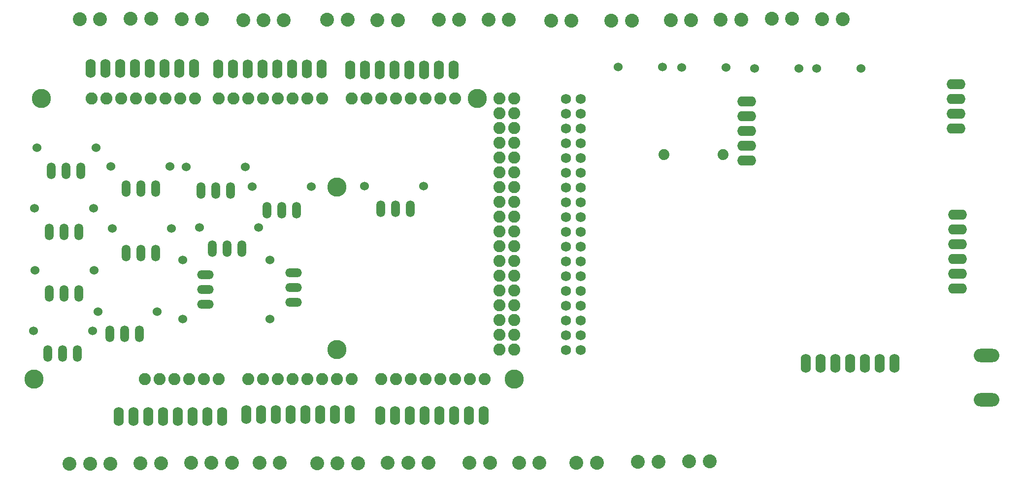
<source format=gbr>
%TF.GenerationSoftware,KiCad,Pcbnew,(7.0.0)*%
%TF.CreationDate,2023-06-30T12:19:52+08:00*%
%TF.ProjectId,SparqControlv3,53706172-7143-46f6-9e74-726f6c76332e,rev?*%
%TF.SameCoordinates,Original*%
%TF.FileFunction,Soldermask,Bot*%
%TF.FilePolarity,Negative*%
%FSLAX46Y46*%
G04 Gerber Fmt 4.6, Leading zero omitted, Abs format (unit mm)*
G04 Created by KiCad (PCBNEW (7.0.0)) date 2023-06-30 12:19:52*
%MOMM*%
%LPD*%
G01*
G04 APERTURE LIST*
%ADD10C,1.727200*%
%ADD11O,1.727200X3.251200*%
%ADD12C,1.524000*%
%ADD13O,2.844800X1.524000*%
%ADD14O,1.524000X2.844800*%
%ADD15C,2.387600*%
%ADD16O,3.251200X1.727200*%
%ADD17C,2.082800*%
%ADD18C,3.300000*%
%ADD19O,4.394200X2.298700*%
%ADD20C,1.879600*%
G04 APERTURE END LIST*
D10*
%TO.C,CN4*%
X156698800Y-80589200D03*
X159238800Y-80589200D03*
X156698800Y-83129200D03*
X156698800Y-85669200D03*
X156698800Y-88209200D03*
X159238800Y-83129200D03*
X159238800Y-85669200D03*
X159238800Y-88209200D03*
X156698800Y-90749200D03*
X159238800Y-90749200D03*
X156698800Y-93289200D03*
X156698800Y-95829200D03*
X156698800Y-98369200D03*
X156698800Y-100909200D03*
X156698800Y-103449200D03*
X156698800Y-105989200D03*
X159238800Y-93289200D03*
X159238800Y-95829200D03*
X159238800Y-98369200D03*
X159238800Y-100909200D03*
X159238800Y-103449200D03*
X159238800Y-105989200D03*
X156698800Y-108529200D03*
X159238800Y-108529200D03*
X156698800Y-111069200D03*
X156698800Y-113609200D03*
X156698800Y-116149200D03*
X156698800Y-118689200D03*
X156698800Y-121229200D03*
X156698800Y-123769200D03*
X159238800Y-111069200D03*
X159238800Y-113609200D03*
X159238800Y-116149200D03*
X159238800Y-118689200D03*
X159238800Y-121229200D03*
X159238800Y-123769200D03*
%TD*%
D11*
%TO.C,CN7*%
X97618399Y-135122999D03*
X95078399Y-135122999D03*
X92538399Y-135122999D03*
X89998399Y-135122999D03*
X87458399Y-135122999D03*
X84918399Y-135122999D03*
X82378399Y-135122999D03*
X79838399Y-135122999D03*
%TD*%
D12*
%TO.C,R4*%
X199802600Y-75331400D03*
X207422600Y-75331400D03*
%TD*%
%TO.C,R5*%
X189134600Y-75331400D03*
X196754600Y-75331400D03*
%TD*%
%TO.C,R6*%
X75596600Y-110053200D03*
X65436600Y-110053200D03*
%TD*%
D13*
%TO.C,T14*%
X109933799Y-112985199D03*
X109933799Y-115525199D03*
X109933799Y-110445199D03*
%TD*%
%TO.C,T15*%
X94776799Y-113304799D03*
X94776799Y-115844799D03*
X94776799Y-110764799D03*
%TD*%
D14*
%TO.C,T16*%
X107839399Y-99665199D03*
X105299399Y-99665199D03*
X110379399Y-99665199D03*
%TD*%
%TO.C,T17*%
X127430799Y-99411199D03*
X124890799Y-99411199D03*
X129970799Y-99411199D03*
%TD*%
D12*
%TO.C,R67*%
X105860800Y-108201800D03*
X105860800Y-118361800D03*
%TD*%
%TO.C,R68*%
X90820800Y-108201800D03*
X90820800Y-118361800D03*
%TD*%
%TO.C,R69*%
X112928600Y-95589400D03*
X102768600Y-95589400D03*
%TD*%
%TO.C,R70*%
X132258000Y-95519400D03*
X122098000Y-95519400D03*
%TD*%
%TO.C,R28*%
X88666200Y-92124600D03*
X78506200Y-92124600D03*
%TD*%
%TO.C,R29*%
X88916400Y-102846400D03*
X78756400Y-102846400D03*
%TD*%
%TO.C,R30*%
X86440000Y-117091000D03*
X76280000Y-117091000D03*
%TD*%
%TO.C,R31*%
X101629200Y-92230600D03*
X91469200Y-92230600D03*
%TD*%
%TO.C,R39*%
X176643400Y-75108200D03*
X184263400Y-75108200D03*
%TD*%
%TO.C,R40*%
X165686400Y-75074200D03*
X173306400Y-75074200D03*
%TD*%
D15*
%TO.C,LIGHT_12*%
X140165200Y-143149400D03*
X143665200Y-143149400D03*
%TD*%
%TO.C,LIGHT_34*%
X148648800Y-143149400D03*
X152148800Y-143149400D03*
%TD*%
D16*
%TO.C,MP3*%
X223780199Y-78023799D03*
X223780199Y-80563799D03*
X223780199Y-83103799D03*
X223780199Y-85643799D03*
%TD*%
D11*
%TO.C,ACP220*%
X213162999Y-126004399D03*
X210622999Y-126004399D03*
X208082999Y-126004399D03*
X205542999Y-126004399D03*
X203002999Y-126004399D03*
X200462999Y-126004399D03*
X197922999Y-126004399D03*
%TD*%
D16*
%TO.C,HC12*%
X187762999Y-80995599D03*
X187762999Y-83535599D03*
X187762999Y-86075599D03*
X187762999Y-88615599D03*
X187762999Y-91155599D03*
%TD*%
D17*
%TO.C,U2*%
X127514200Y-128747600D03*
X130054200Y-128747600D03*
X132594200Y-128747600D03*
X135134200Y-128747600D03*
X137674200Y-128747600D03*
X140214200Y-128747600D03*
X142754200Y-128747600D03*
X124974200Y-128747600D03*
X122434200Y-80487600D03*
X124974200Y-80487600D03*
X127514200Y-80487600D03*
X130054200Y-80487600D03*
X132594200Y-80487600D03*
X135134200Y-80487600D03*
X137674200Y-80487600D03*
X119894200Y-80487600D03*
X104654200Y-128747600D03*
X107194200Y-128747600D03*
X109734200Y-128747600D03*
X112274200Y-128747600D03*
X114814200Y-128747600D03*
X117354200Y-128747600D03*
X119894200Y-128747600D03*
X102114200Y-128747600D03*
X99574200Y-80487600D03*
X102114200Y-80487600D03*
X104654200Y-80487600D03*
X107194200Y-80487600D03*
X109734200Y-80487600D03*
X112274200Y-80487600D03*
X114814200Y-80487600D03*
X97034200Y-80487600D03*
X77730200Y-80487600D03*
X80270200Y-80487600D03*
X82810200Y-80487600D03*
X85350200Y-80487600D03*
X87890200Y-80487600D03*
X90430200Y-80487600D03*
X92970200Y-80487600D03*
X75190200Y-80487600D03*
X147834200Y-100807600D03*
X145294200Y-100807600D03*
X147834200Y-98267600D03*
X145294200Y-98267600D03*
X147834200Y-95727600D03*
X145294200Y-95727600D03*
X147834200Y-93187600D03*
X145294200Y-93187600D03*
X147834200Y-90647600D03*
X145294200Y-90647600D03*
X147834200Y-88107600D03*
X145294200Y-88107600D03*
X147834200Y-85567600D03*
X145294200Y-85567600D03*
X147834200Y-83027600D03*
X145294200Y-83027600D03*
X147834200Y-121127600D03*
X145294200Y-121127600D03*
X147834200Y-118587600D03*
X145294200Y-118587600D03*
X147834200Y-116047600D03*
X145294200Y-116047600D03*
X147834200Y-113507600D03*
X145294200Y-113507600D03*
X147834200Y-110967600D03*
X145294200Y-110967600D03*
X147834200Y-108427600D03*
X145294200Y-108427600D03*
X147834200Y-105887600D03*
X145294200Y-105887600D03*
X147834200Y-103347600D03*
X145294200Y-103347600D03*
X145294200Y-123667600D03*
X147834200Y-123667600D03*
X145294200Y-80487600D03*
X147834200Y-80487600D03*
X84334200Y-128747600D03*
X86874200Y-128747600D03*
X89414200Y-128747600D03*
X91954200Y-128747600D03*
X94494200Y-128747600D03*
X97034200Y-128747600D03*
D18*
X66554200Y-80487600D03*
X65284200Y-128747600D03*
X117354200Y-95727600D03*
X117354200Y-123667600D03*
X141484200Y-80487600D03*
X147834200Y-128747600D03*
%TD*%
D14*
%TO.C,T1*%
X86208399Y-95945199D03*
X81128399Y-95945199D03*
X83668399Y-95945199D03*
%TD*%
%TO.C,T2*%
X86218999Y-107045199D03*
X81138999Y-107045199D03*
X83678999Y-107045199D03*
%TD*%
%TO.C,T3*%
X83428999Y-120904399D03*
X78348999Y-120904399D03*
X80888999Y-120904399D03*
%TD*%
%TO.C,T4*%
X99044599Y-96257199D03*
X93964599Y-96257199D03*
X96504599Y-96257199D03*
%TD*%
D11*
%TO.C,CN1*%
X75063199Y-75305999D03*
X77603199Y-75305999D03*
X80143199Y-75305999D03*
X82683199Y-75305999D03*
X85223199Y-75305999D03*
X87763199Y-75305999D03*
X90303199Y-75305999D03*
X92843199Y-75305999D03*
%TD*%
%TO.C,CN2*%
X96957999Y-75382199D03*
X99497999Y-75382199D03*
X102037999Y-75382199D03*
X104577999Y-75382199D03*
X107117999Y-75382199D03*
X109657999Y-75382199D03*
X112197999Y-75382199D03*
X114737999Y-75382199D03*
%TD*%
%TO.C,CN3*%
X119614799Y-75534599D03*
X122154799Y-75534599D03*
X124694799Y-75534599D03*
X127234799Y-75534599D03*
X129774799Y-75534599D03*
X132314799Y-75534599D03*
X134854799Y-75534599D03*
X137394799Y-75534599D03*
%TD*%
%TO.C,CN5*%
X124796399Y-134995999D03*
X127336399Y-134995999D03*
X129876399Y-134995999D03*
X132416399Y-134995999D03*
X134956399Y-134995999D03*
X137496399Y-134995999D03*
X140036399Y-134995999D03*
X142576399Y-134995999D03*
%TD*%
%TO.C,CN6*%
X101783999Y-134818199D03*
X104323999Y-134818199D03*
X106863999Y-134818199D03*
X109403999Y-134818199D03*
X111943999Y-134818199D03*
X114483999Y-134818199D03*
X117023999Y-134818199D03*
X119563999Y-134818199D03*
%TD*%
D14*
%TO.C,T5*%
X101047399Y-106319399D03*
X95967399Y-106319399D03*
X98507399Y-106319399D03*
%TD*%
%TO.C,T6*%
X73335999Y-92933599D03*
X68255999Y-92933599D03*
X70795999Y-92933599D03*
%TD*%
%TO.C,T7*%
X73031199Y-103423799D03*
X67951199Y-103423799D03*
X70491199Y-103423799D03*
%TD*%
D12*
%TO.C,R1*%
X93732200Y-102661800D03*
X103892200Y-102661800D03*
%TD*%
%TO.C,R2*%
X65766800Y-88920400D03*
X75926800Y-88920400D03*
%TD*%
%TO.C,R3*%
X65360400Y-99385200D03*
X75520400Y-99385200D03*
%TD*%
D15*
%TO.C,LAS_OUT_A1*%
X78410000Y-143251000D03*
X74910000Y-143251000D03*
X71410000Y-143251000D03*
%TD*%
%TO.C,LAS_IN_A1*%
X87099400Y-143174800D03*
X83599400Y-143174800D03*
%TD*%
%TO.C,LAS_OUT_B1*%
X99288800Y-143124000D03*
X95788800Y-143124000D03*
X92288800Y-143124000D03*
%TD*%
%TO.C,LAS_IN_B1*%
X107546400Y-143149400D03*
X104046400Y-143149400D03*
%TD*%
%TO.C,MAG_A_IN1*%
X174761600Y-67000200D03*
X178261600Y-67000200D03*
%TD*%
%TO.C,MAG_A_SEL1*%
X183346800Y-66949400D03*
X186846800Y-66949400D03*
%TD*%
%TO.C,MAG_B_IN1*%
X192109800Y-66771600D03*
X195609800Y-66771600D03*
%TD*%
%TO.C,MAG_B_SEL1*%
X200771200Y-66847800D03*
X204271200Y-66847800D03*
%TD*%
%TO.C,ADD_BAR_A1*%
X172621200Y-142971600D03*
X169121200Y-142971600D03*
%TD*%
%TO.C,ADD_BAR_B1*%
X181409600Y-142870000D03*
X177909600Y-142870000D03*
%TD*%
%TO.C,BUTTON1*%
X162029400Y-143098600D03*
X158529400Y-143098600D03*
%TD*%
%TO.C,RFID1*%
X115681200Y-66924000D03*
X119181200Y-66924000D03*
%TD*%
%TO.C,RFID2*%
X124317200Y-66974800D03*
X127817200Y-66974800D03*
%TD*%
%TO.C,BUMPER1*%
X164550800Y-67127200D03*
X168050800Y-67127200D03*
%TD*%
%TO.C,MD_A1*%
X143443400Y-66949400D03*
X146943400Y-66949400D03*
%TD*%
%TO.C,MD_B1*%
X134858200Y-66949400D03*
X138358200Y-66949400D03*
%TD*%
D14*
%TO.C,T8*%
X72980399Y-114015599D03*
X67900399Y-114015599D03*
X70440399Y-114015599D03*
%TD*%
%TO.C,T9*%
X72777199Y-124302599D03*
X67697199Y-124302599D03*
X70237199Y-124302599D03*
%TD*%
D12*
%TO.C,R7*%
X65182600Y-120441800D03*
X75342600Y-120441800D03*
%TD*%
D15*
%TO.C,TONE1*%
X101231200Y-66974800D03*
X104731200Y-66974800D03*
X108231200Y-66974800D03*
%TD*%
%TO.C,HOOK_A1*%
X73161600Y-66822400D03*
X76661600Y-66822400D03*
%TD*%
%TO.C,HOOK_B1*%
X81899200Y-66720800D03*
X85399200Y-66720800D03*
%TD*%
%TO.C,HOOK_C1*%
X90687600Y-66822400D03*
X94187600Y-66822400D03*
%TD*%
%TO.C,PD_INPUT1*%
X154187600Y-67076400D03*
X157687600Y-67076400D03*
%TD*%
%TO.C,AIO_A1*%
X120980400Y-143174800D03*
X117480400Y-143174800D03*
X113980400Y-143174800D03*
%TD*%
%TO.C,AIO_B1*%
X133096200Y-143098600D03*
X129596200Y-143098600D03*
X126096200Y-143098600D03*
%TD*%
D19*
%TO.C,X1*%
X229063399Y-124632799D03*
X229063399Y-132252799D03*
%TD*%
D16*
%TO.C,BTOOTH1*%
X224008799Y-113151999D03*
X224008799Y-110611999D03*
X224008799Y-108071999D03*
X224008799Y-105531999D03*
X224008799Y-102991999D03*
X224008799Y-100451999D03*
%TD*%
D20*
%TO.C,D1*%
X173539000Y-90088800D03*
X183699000Y-90088800D03*
%TD*%
M02*

</source>
